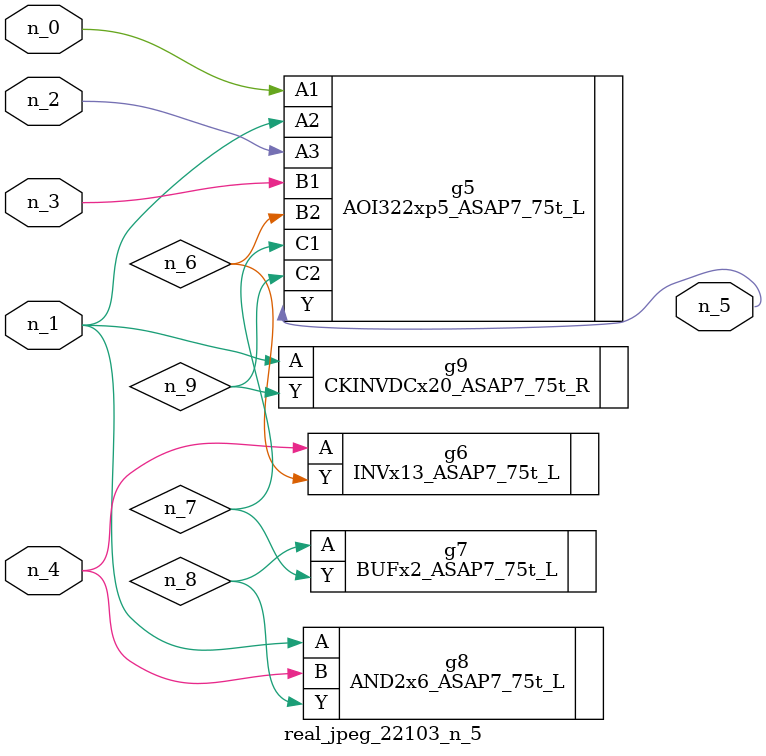
<source format=v>
module real_jpeg_22103_n_5 (n_4, n_0, n_1, n_2, n_3, n_5);

input n_4;
input n_0;
input n_1;
input n_2;
input n_3;

output n_5;

wire n_8;
wire n_6;
wire n_7;
wire n_9;

AOI322xp5_ASAP7_75t_L g5 ( 
.A1(n_0),
.A2(n_1),
.A3(n_2),
.B1(n_3),
.B2(n_6),
.C1(n_7),
.C2(n_9),
.Y(n_5)
);

AND2x6_ASAP7_75t_L g8 ( 
.A(n_1),
.B(n_4),
.Y(n_8)
);

CKINVDCx20_ASAP7_75t_R g9 ( 
.A(n_1),
.Y(n_9)
);

INVx13_ASAP7_75t_L g6 ( 
.A(n_4),
.Y(n_6)
);

BUFx2_ASAP7_75t_L g7 ( 
.A(n_8),
.Y(n_7)
);


endmodule
</source>
